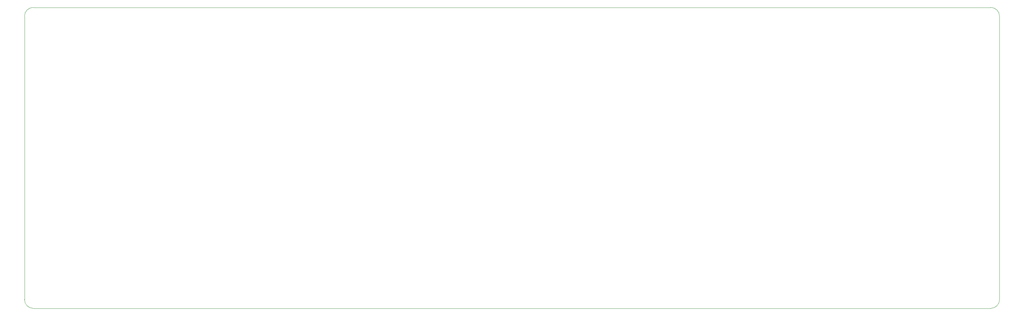
<source format=gm1>
G04 #@! TF.GenerationSoftware,KiCad,Pcbnew,(5.1.5-0-10_14)*
G04 #@! TF.CreationDate,2020-03-19T15:42:31+00:00*
G04 #@! TF.ProjectId,Whimsy,5768696d-7379-42e6-9b69-6361645f7063,0.2*
G04 #@! TF.SameCoordinates,Original*
G04 #@! TF.FileFunction,Profile,NP*
%FSLAX46Y46*%
G04 Gerber Fmt 4.6, Leading zero omitted, Abs format (unit mm)*
G04 Created by KiCad (PCBNEW (5.1.5-0-10_14)) date 2020-03-19 15:42:31*
%MOMM*%
%LPD*%
G04 APERTURE LIST*
%ADD10C,0.050000*%
G04 APERTURE END LIST*
D10*
X276225000Y-57150000D02*
X276225000Y-57150000D01*
X278606250Y-135731250D02*
X278606250Y-135731250D01*
X16668750Y-59531250D02*
G75*
G02X19050000Y-57150000I2381250J0D01*
G01*
X19050000Y-138112500D02*
G75*
G02X16668750Y-135731250I0J2381250D01*
G01*
X278606250Y-135731250D02*
G75*
G02X276225000Y-138112500I-2381250J0D01*
G01*
X276225000Y-138112500D02*
X19050000Y-138112500D01*
X276225000Y-57150000D02*
G75*
G02X278606250Y-59531250I0J-2381250D01*
G01*
X278606250Y-59531250D02*
X278606250Y-135731250D01*
X16668750Y-135731250D02*
X16668750Y-59531250D01*
X19050000Y-57150000D02*
X276225000Y-57150000D01*
M02*

</source>
